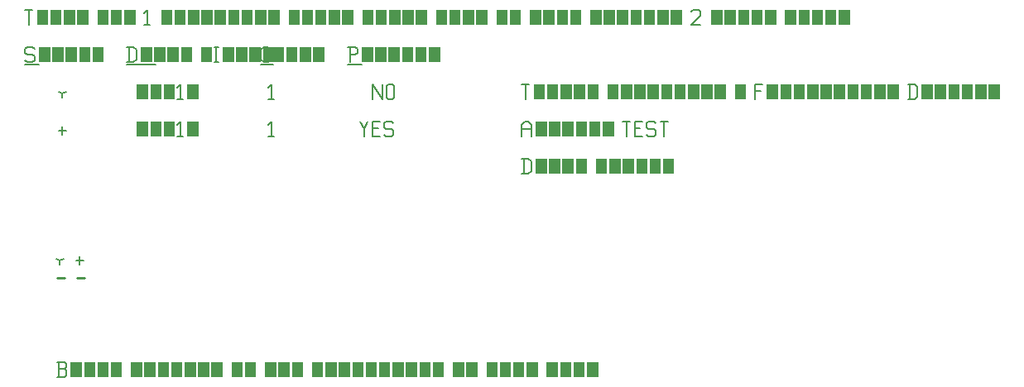
<source format=gbr>
G04 start of page 11 for group -1 layer_idx 268435461 *
G04 Title: (unknown), <virtual group> *
G04 Creator: <version>
G04 CreationDate: <date>
G04 For: TEST *
G04 Format: Gerber/RS-274X *
G04 PCB-Dimensions: 50000 50000 *
G04 PCB-Coordinate-Origin: lower left *
%MOIN*%
%FSLAX25Y25*%
%LNLOGICAL_VIRTUAL_FAB_NONE*%
%ADD30C,0.0100*%
%ADD29C,0.0001*%
%ADD28C,0.0060*%
%ADD27C,0.0080*%
G54D27*X14000Y39000D02*Y37400D01*
Y39000D02*X15387Y39800D01*
X14000Y39000D02*X12613Y39800D01*
X22000Y40600D02*Y37400D01*
X20400Y39000D02*X23600D01*
X15000Y92850D02*Y89650D01*
X13400Y91250D02*X16600D01*
G54D28*X135000Y95000D02*X136500Y92000D01*
X138000Y95000D01*
X136500Y92000D02*Y89000D01*
X139800Y92300D02*X142050D01*
X139800Y89000D02*X142800D01*
X139800Y95000D02*Y89000D01*
Y95000D02*X142800D01*
X147600D02*X148350Y94250D01*
X145350Y95000D02*X147600D01*
X144600Y94250D02*X145350Y95000D01*
X144600Y94250D02*Y92750D01*
X145350Y92000D01*
X147600D01*
X148350Y91250D01*
Y89750D01*
X147600Y89000D02*X148350Y89750D01*
X145350Y89000D02*X147600D01*
X144600Y89750D02*X145350Y89000D01*
X98000Y93800D02*X99200Y95000D01*
Y89000D01*
X98000D02*X100250D01*
X15000Y106250D02*Y104650D01*
Y106250D02*X16387Y107050D01*
X15000Y106250D02*X13613Y107050D01*
X140000Y110000D02*Y104000D01*
Y110000D02*X143750Y104000D01*
Y110000D02*Y104000D01*
X145550Y109250D02*Y104750D01*
Y109250D02*X146300Y110000D01*
X147800D01*
X148550Y109250D01*
Y104750D01*
X147800Y104000D02*X148550Y104750D01*
X146300Y104000D02*X147800D01*
X145550Y104750D02*X146300Y104000D01*
X98000Y108800D02*X99200Y110000D01*
Y104000D01*
X98000D02*X100250D01*
G54D29*G36*
X45000Y110000D02*X49500D01*
Y104000D01*
X45000D01*
Y110000D01*
G37*
G36*
X50400D02*X54900D01*
Y104000D01*
X50400D01*
Y110000D01*
G37*
G36*
X55800D02*X60300D01*
Y104000D01*
X55800D01*
Y110000D01*
G37*
G54D28*X61200Y108800D02*X62400Y110000D01*
Y104000D01*
X61200D02*X63450D01*
G54D29*G36*
X65250Y110000D02*X69750D01*
Y104000D01*
X65250D01*
Y110000D01*
G37*
G36*
X45000Y95000D02*X49500D01*
Y89000D01*
X45000D01*
Y95000D01*
G37*
G36*
X50400D02*X54900D01*
Y89000D01*
X50400D01*
Y95000D01*
G37*
G36*
X55800D02*X60300D01*
Y89000D01*
X55800D01*
Y95000D01*
G37*
G54D28*X61200Y93800D02*X62400Y95000D01*
Y89000D01*
X61200D02*X63450D01*
G54D29*G36*
X65250Y95000D02*X69750D01*
Y89000D01*
X65250D01*
Y95000D01*
G37*
G54D28*X3000Y125000D02*X3750Y124250D01*
X750Y125000D02*X3000D01*
X0Y124250D02*X750Y125000D01*
X0Y124250D02*Y122750D01*
X750Y122000D01*
X3000D01*
X3750Y121250D01*
Y119750D01*
X3000Y119000D02*X3750Y119750D01*
X750Y119000D02*X3000D01*
X0Y119750D02*X750Y119000D01*
G54D29*G36*
X5550Y125000D02*X10050D01*
Y119000D01*
X5550D01*
Y125000D01*
G37*
G36*
X10950D02*X15450D01*
Y119000D01*
X10950D01*
Y125000D01*
G37*
G36*
X16350D02*X20850D01*
Y119000D01*
X16350D01*
Y125000D01*
G37*
G36*
X21750D02*X26250D01*
Y119000D01*
X21750D01*
Y125000D01*
G37*
G36*
X27150D02*X31650D01*
Y119000D01*
X27150D01*
Y125000D01*
G37*
G54D28*X0Y118000D02*X5550D01*
X41750Y125000D02*Y119000D01*
X43700Y125000D02*X44750Y123950D01*
Y120050D01*
X43700Y119000D02*X44750Y120050D01*
X41000Y119000D02*X43700D01*
X41000Y125000D02*X43700D01*
G54D29*G36*
X46550D02*X51050D01*
Y119000D01*
X46550D01*
Y125000D01*
G37*
G36*
X51950D02*X56450D01*
Y119000D01*
X51950D01*
Y125000D01*
G37*
G36*
X57350D02*X61850D01*
Y119000D01*
X57350D01*
Y125000D01*
G37*
G36*
X62750D02*X67250D01*
Y119000D01*
X62750D01*
Y125000D01*
G37*
G36*
X70850D02*X75350D01*
Y119000D01*
X70850D01*
Y125000D01*
G37*
G54D28*X76250D02*X77750D01*
X77000D02*Y119000D01*
X76250D02*X77750D01*
G54D29*G36*
X79550Y125000D02*X84050D01*
Y119000D01*
X79550D01*
Y125000D01*
G37*
G36*
X84950D02*X89450D01*
Y119000D01*
X84950D01*
Y125000D01*
G37*
G36*
X90350D02*X94850D01*
Y119000D01*
X90350D01*
Y125000D01*
G37*
G36*
X95750D02*X100250D01*
Y119000D01*
X95750D01*
Y125000D01*
G37*
G54D28*X41000Y118000D02*X52550D01*
X96050Y119000D02*X98000D01*
X95000Y120050D02*X96050Y119000D01*
X95000Y123950D02*Y120050D01*
Y123950D02*X96050Y125000D01*
X98000D01*
G54D29*G36*
X99800D02*X104300D01*
Y119000D01*
X99800D01*
Y125000D01*
G37*
G36*
X105200D02*X109700D01*
Y119000D01*
X105200D01*
Y125000D01*
G37*
G36*
X110600D02*X115100D01*
Y119000D01*
X110600D01*
Y125000D01*
G37*
G36*
X116000D02*X120500D01*
Y119000D01*
X116000D01*
Y125000D01*
G37*
G54D28*X95000Y118000D02*X99800D01*
X130750Y125000D02*Y119000D01*
X130000Y125000D02*X133000D01*
X133750Y124250D01*
Y122750D01*
X133000Y122000D02*X133750Y122750D01*
X130750Y122000D02*X133000D01*
G54D29*G36*
X135550Y125000D02*X140050D01*
Y119000D01*
X135550D01*
Y125000D01*
G37*
G36*
X140950D02*X145450D01*
Y119000D01*
X140950D01*
Y125000D01*
G37*
G36*
X146350D02*X150850D01*
Y119000D01*
X146350D01*
Y125000D01*
G37*
G36*
X151750D02*X156250D01*
Y119000D01*
X151750D01*
Y125000D01*
G37*
G36*
X157150D02*X161650D01*
Y119000D01*
X157150D01*
Y125000D01*
G37*
G36*
X162550D02*X167050D01*
Y119000D01*
X162550D01*
Y125000D01*
G37*
G54D28*X130000Y118000D02*X135550D01*
X0Y140000D02*X3000D01*
X1500D02*Y134000D01*
G54D29*G36*
X4800Y140000D02*X9300D01*
Y134000D01*
X4800D01*
Y140000D01*
G37*
G36*
X10200D02*X14700D01*
Y134000D01*
X10200D01*
Y140000D01*
G37*
G36*
X15600D02*X20100D01*
Y134000D01*
X15600D01*
Y140000D01*
G37*
G36*
X21000D02*X25500D01*
Y134000D01*
X21000D01*
Y140000D01*
G37*
G36*
X29100D02*X33600D01*
Y134000D01*
X29100D01*
Y140000D01*
G37*
G36*
X34500D02*X39000D01*
Y134000D01*
X34500D01*
Y140000D01*
G37*
G36*
X39900D02*X44400D01*
Y134000D01*
X39900D01*
Y140000D01*
G37*
G54D28*X48000Y138800D02*X49200Y140000D01*
Y134000D01*
X48000D02*X50250D01*
G54D29*G36*
X54750Y140000D02*X59250D01*
Y134000D01*
X54750D01*
Y140000D01*
G37*
G36*
X60150D02*X64650D01*
Y134000D01*
X60150D01*
Y140000D01*
G37*
G36*
X65550D02*X70050D01*
Y134000D01*
X65550D01*
Y140000D01*
G37*
G36*
X70950D02*X75450D01*
Y134000D01*
X70950D01*
Y140000D01*
G37*
G36*
X76350D02*X80850D01*
Y134000D01*
X76350D01*
Y140000D01*
G37*
G36*
X81750D02*X86250D01*
Y134000D01*
X81750D01*
Y140000D01*
G37*
G36*
X87150D02*X91650D01*
Y134000D01*
X87150D01*
Y140000D01*
G37*
G36*
X92550D02*X97050D01*
Y134000D01*
X92550D01*
Y140000D01*
G37*
G36*
X97950D02*X102450D01*
Y134000D01*
X97950D01*
Y140000D01*
G37*
G36*
X106050D02*X110550D01*
Y134000D01*
X106050D01*
Y140000D01*
G37*
G36*
X111450D02*X115950D01*
Y134000D01*
X111450D01*
Y140000D01*
G37*
G36*
X116850D02*X121350D01*
Y134000D01*
X116850D01*
Y140000D01*
G37*
G36*
X122250D02*X126750D01*
Y134000D01*
X122250D01*
Y140000D01*
G37*
G36*
X127650D02*X132150D01*
Y134000D01*
X127650D01*
Y140000D01*
G37*
G36*
X135750D02*X140250D01*
Y134000D01*
X135750D01*
Y140000D01*
G37*
G36*
X141150D02*X145650D01*
Y134000D01*
X141150D01*
Y140000D01*
G37*
G36*
X146550D02*X151050D01*
Y134000D01*
X146550D01*
Y140000D01*
G37*
G36*
X151950D02*X156450D01*
Y134000D01*
X151950D01*
Y140000D01*
G37*
G36*
X157350D02*X161850D01*
Y134000D01*
X157350D01*
Y140000D01*
G37*
G36*
X165450D02*X169950D01*
Y134000D01*
X165450D01*
Y140000D01*
G37*
G36*
X170850D02*X175350D01*
Y134000D01*
X170850D01*
Y140000D01*
G37*
G36*
X176250D02*X180750D01*
Y134000D01*
X176250D01*
Y140000D01*
G37*
G36*
X181650D02*X186150D01*
Y134000D01*
X181650D01*
Y140000D01*
G37*
G36*
X189750D02*X194250D01*
Y134000D01*
X189750D01*
Y140000D01*
G37*
G36*
X195150D02*X199650D01*
Y134000D01*
X195150D01*
Y140000D01*
G37*
G36*
X203250D02*X207750D01*
Y134000D01*
X203250D01*
Y140000D01*
G37*
G36*
X208650D02*X213150D01*
Y134000D01*
X208650D01*
Y140000D01*
G37*
G36*
X214050D02*X218550D01*
Y134000D01*
X214050D01*
Y140000D01*
G37*
G36*
X219450D02*X223950D01*
Y134000D01*
X219450D01*
Y140000D01*
G37*
G36*
X227550D02*X232050D01*
Y134000D01*
X227550D01*
Y140000D01*
G37*
G36*
X232950D02*X237450D01*
Y134000D01*
X232950D01*
Y140000D01*
G37*
G36*
X238350D02*X242850D01*
Y134000D01*
X238350D01*
Y140000D01*
G37*
G36*
X243750D02*X248250D01*
Y134000D01*
X243750D01*
Y140000D01*
G37*
G36*
X249150D02*X253650D01*
Y134000D01*
X249150D01*
Y140000D01*
G37*
G36*
X254550D02*X259050D01*
Y134000D01*
X254550D01*
Y140000D01*
G37*
G36*
X259950D02*X264450D01*
Y134000D01*
X259950D01*
Y140000D01*
G37*
G54D28*X268050Y139250D02*X268800Y140000D01*
X271050D01*
X271800Y139250D01*
Y137750D01*
X268050Y134000D02*X271800Y137750D01*
X268050Y134000D02*X271800D01*
G54D29*G36*
X276300Y140000D02*X280800D01*
Y134000D01*
X276300D01*
Y140000D01*
G37*
G36*
X281700D02*X286200D01*
Y134000D01*
X281700D01*
Y140000D01*
G37*
G36*
X287100D02*X291600D01*
Y134000D01*
X287100D01*
Y140000D01*
G37*
G36*
X292500D02*X297000D01*
Y134000D01*
X292500D01*
Y140000D01*
G37*
G36*
X297900D02*X302400D01*
Y134000D01*
X297900D01*
Y140000D01*
G37*
G36*
X306000D02*X310500D01*
Y134000D01*
X306000D01*
Y140000D01*
G37*
G36*
X311400D02*X315900D01*
Y134000D01*
X311400D01*
Y140000D01*
G37*
G36*
X316800D02*X321300D01*
Y134000D01*
X316800D01*
Y140000D01*
G37*
G36*
X322200D02*X326700D01*
Y134000D01*
X322200D01*
Y140000D01*
G37*
G36*
X327600D02*X332100D01*
Y134000D01*
X327600D01*
Y140000D01*
G37*
G54D30*X13000Y32000D02*X16000D01*
G54D28*X12775Y-8000D02*X15775D01*
X16525Y-7250D01*
Y-5450D02*Y-7250D01*
X15775Y-4700D02*X16525Y-5450D01*
X13525Y-4700D02*X15775D01*
X13525Y-2000D02*Y-8000D01*
X12775Y-2000D02*X15775D01*
X16525Y-2750D01*
Y-3950D01*
X15775Y-4700D02*X16525Y-3950D01*
G54D29*G36*
X18325Y-2000D02*X22825D01*
Y-8000D01*
X18325D01*
Y-2000D01*
G37*
G36*
X23725D02*X28225D01*
Y-8000D01*
X23725D01*
Y-2000D01*
G37*
G36*
X29125D02*X33625D01*
Y-8000D01*
X29125D01*
Y-2000D01*
G37*
G36*
X34525D02*X39025D01*
Y-8000D01*
X34525D01*
Y-2000D01*
G37*
G36*
X42625D02*X47125D01*
Y-8000D01*
X42625D01*
Y-2000D01*
G37*
G36*
X48025D02*X52525D01*
Y-8000D01*
X48025D01*
Y-2000D01*
G37*
G36*
X53425D02*X57925D01*
Y-8000D01*
X53425D01*
Y-2000D01*
G37*
G36*
X58825D02*X63325D01*
Y-8000D01*
X58825D01*
Y-2000D01*
G37*
G36*
X64225D02*X68725D01*
Y-8000D01*
X64225D01*
Y-2000D01*
G37*
G36*
X69625D02*X74125D01*
Y-8000D01*
X69625D01*
Y-2000D01*
G37*
G36*
X75025D02*X79525D01*
Y-8000D01*
X75025D01*
Y-2000D01*
G37*
G36*
X83125D02*X87625D01*
Y-8000D01*
X83125D01*
Y-2000D01*
G37*
G36*
X88525D02*X93025D01*
Y-8000D01*
X88525D01*
Y-2000D01*
G37*
G36*
X96625D02*X101125D01*
Y-8000D01*
X96625D01*
Y-2000D01*
G37*
G36*
X102025D02*X106525D01*
Y-8000D01*
X102025D01*
Y-2000D01*
G37*
G36*
X107425D02*X111925D01*
Y-8000D01*
X107425D01*
Y-2000D01*
G37*
G36*
X115525D02*X120025D01*
Y-8000D01*
X115525D01*
Y-2000D01*
G37*
G36*
X120925D02*X125425D01*
Y-8000D01*
X120925D01*
Y-2000D01*
G37*
G36*
X126325D02*X130825D01*
Y-8000D01*
X126325D01*
Y-2000D01*
G37*
G36*
X131725D02*X136225D01*
Y-8000D01*
X131725D01*
Y-2000D01*
G37*
G36*
X137125D02*X141625D01*
Y-8000D01*
X137125D01*
Y-2000D01*
G37*
G36*
X142525D02*X147025D01*
Y-8000D01*
X142525D01*
Y-2000D01*
G37*
G36*
X147925D02*X152425D01*
Y-8000D01*
X147925D01*
Y-2000D01*
G37*
G36*
X153325D02*X157825D01*
Y-8000D01*
X153325D01*
Y-2000D01*
G37*
G36*
X158725D02*X163225D01*
Y-8000D01*
X158725D01*
Y-2000D01*
G37*
G36*
X164125D02*X168625D01*
Y-8000D01*
X164125D01*
Y-2000D01*
G37*
G36*
X172225D02*X176725D01*
Y-8000D01*
X172225D01*
Y-2000D01*
G37*
G36*
X177625D02*X182125D01*
Y-8000D01*
X177625D01*
Y-2000D01*
G37*
G36*
X185725D02*X190225D01*
Y-8000D01*
X185725D01*
Y-2000D01*
G37*
G36*
X191125D02*X195625D01*
Y-8000D01*
X191125D01*
Y-2000D01*
G37*
G36*
X196525D02*X201025D01*
Y-8000D01*
X196525D01*
Y-2000D01*
G37*
G36*
X201925D02*X206425D01*
Y-8000D01*
X201925D01*
Y-2000D01*
G37*
G36*
X210025D02*X214525D01*
Y-8000D01*
X210025D01*
Y-2000D01*
G37*
G36*
X215425D02*X219925D01*
Y-8000D01*
X215425D01*
Y-2000D01*
G37*
G36*
X220825D02*X225325D01*
Y-8000D01*
X220825D01*
Y-2000D01*
G37*
G36*
X226225D02*X230725D01*
Y-8000D01*
X226225D01*
Y-2000D01*
G37*
G54D30*X21000Y32000D02*X24000D01*
G54D28*X200750Y80000D02*Y74000D01*
X202700Y80000D02*X203750Y78950D01*
Y75050D01*
X202700Y74000D02*X203750Y75050D01*
X200000Y74000D02*X202700D01*
X200000Y80000D02*X202700D01*
G54D29*G36*
X205550D02*X210050D01*
Y74000D01*
X205550D01*
Y80000D01*
G37*
G36*
X210950D02*X215450D01*
Y74000D01*
X210950D01*
Y80000D01*
G37*
G36*
X216350D02*X220850D01*
Y74000D01*
X216350D01*
Y80000D01*
G37*
G36*
X221750D02*X226250D01*
Y74000D01*
X221750D01*
Y80000D01*
G37*
G36*
X229850D02*X234350D01*
Y74000D01*
X229850D01*
Y80000D01*
G37*
G36*
X235250D02*X239750D01*
Y74000D01*
X235250D01*
Y80000D01*
G37*
G36*
X240650D02*X245150D01*
Y74000D01*
X240650D01*
Y80000D01*
G37*
G36*
X246050D02*X250550D01*
Y74000D01*
X246050D01*
Y80000D01*
G37*
G36*
X251450D02*X255950D01*
Y74000D01*
X251450D01*
Y80000D01*
G37*
G36*
X256850D02*X261350D01*
Y74000D01*
X256850D01*
Y80000D01*
G37*
G54D28*X200000Y93500D02*Y89000D01*
Y93500D02*X201050Y95000D01*
X202700D01*
X203750Y93500D01*
Y89000D01*
X200000Y92000D02*X203750D01*
G54D29*G36*
X205550Y95000D02*X210050D01*
Y89000D01*
X205550D01*
Y95000D01*
G37*
G36*
X210950D02*X215450D01*
Y89000D01*
X210950D01*
Y95000D01*
G37*
G36*
X216350D02*X220850D01*
Y89000D01*
X216350D01*
Y95000D01*
G37*
G36*
X221750D02*X226250D01*
Y89000D01*
X221750D01*
Y95000D01*
G37*
G36*
X227150D02*X231650D01*
Y89000D01*
X227150D01*
Y95000D01*
G37*
G36*
X232550D02*X237050D01*
Y89000D01*
X232550D01*
Y95000D01*
G37*
G54D28*X240650D02*X243650D01*
X242150D02*Y89000D01*
X245450Y92300D02*X247700D01*
X245450Y89000D02*X248450D01*
X245450Y95000D02*Y89000D01*
Y95000D02*X248450D01*
X253250D02*X254000Y94250D01*
X251000Y95000D02*X253250D01*
X250250Y94250D02*X251000Y95000D01*
X250250Y94250D02*Y92750D01*
X251000Y92000D01*
X253250D01*
X254000Y91250D01*
Y89750D01*
X253250Y89000D02*X254000Y89750D01*
X251000Y89000D02*X253250D01*
X250250Y89750D02*X251000Y89000D01*
X255800Y95000D02*X258800D01*
X257300D02*Y89000D01*
X200000Y110000D02*X203000D01*
X201500D02*Y104000D01*
G54D29*G36*
X204800Y110000D02*X209300D01*
Y104000D01*
X204800D01*
Y110000D01*
G37*
G36*
X210200D02*X214700D01*
Y104000D01*
X210200D01*
Y110000D01*
G37*
G36*
X215600D02*X220100D01*
Y104000D01*
X215600D01*
Y110000D01*
G37*
G36*
X221000D02*X225500D01*
Y104000D01*
X221000D01*
Y110000D01*
G37*
G36*
X226400D02*X230900D01*
Y104000D01*
X226400D01*
Y110000D01*
G37*
G36*
X234500D02*X239000D01*
Y104000D01*
X234500D01*
Y110000D01*
G37*
G36*
X239900D02*X244400D01*
Y104000D01*
X239900D01*
Y110000D01*
G37*
G36*
X245300D02*X249800D01*
Y104000D01*
X245300D01*
Y110000D01*
G37*
G36*
X250700D02*X255200D01*
Y104000D01*
X250700D01*
Y110000D01*
G37*
G36*
X256100D02*X260600D01*
Y104000D01*
X256100D01*
Y110000D01*
G37*
G36*
X261500D02*X266000D01*
Y104000D01*
X261500D01*
Y110000D01*
G37*
G36*
X266900D02*X271400D01*
Y104000D01*
X266900D01*
Y110000D01*
G37*
G36*
X272300D02*X276800D01*
Y104000D01*
X272300D01*
Y110000D01*
G37*
G36*
X277700D02*X282200D01*
Y104000D01*
X277700D01*
Y110000D01*
G37*
G36*
X285800D02*X290300D01*
Y104000D01*
X285800D01*
Y110000D01*
G37*
G54D28*X293900D02*Y104000D01*
Y110000D02*X296900D01*
X293900Y107300D02*X296150D01*
G54D29*G36*
X298700Y110000D02*X303200D01*
Y104000D01*
X298700D01*
Y110000D01*
G37*
G36*
X304100D02*X308600D01*
Y104000D01*
X304100D01*
Y110000D01*
G37*
G36*
X309500D02*X314000D01*
Y104000D01*
X309500D01*
Y110000D01*
G37*
G36*
X314900D02*X319400D01*
Y104000D01*
X314900D01*
Y110000D01*
G37*
G36*
X320300D02*X324800D01*
Y104000D01*
X320300D01*
Y110000D01*
G37*
G36*
X325700D02*X330200D01*
Y104000D01*
X325700D01*
Y110000D01*
G37*
G36*
X331100D02*X335600D01*
Y104000D01*
X331100D01*
Y110000D01*
G37*
G36*
X336500D02*X341000D01*
Y104000D01*
X336500D01*
Y110000D01*
G37*
G36*
X341900D02*X346400D01*
Y104000D01*
X341900D01*
Y110000D01*
G37*
G36*
X347300D02*X351800D01*
Y104000D01*
X347300D01*
Y110000D01*
G37*
G54D28*X356150D02*Y104000D01*
X358100Y110000D02*X359150Y108950D01*
Y105050D01*
X358100Y104000D02*X359150Y105050D01*
X355400Y104000D02*X358100D01*
X355400Y110000D02*X358100D01*
G54D29*G36*
X360950D02*X365450D01*
Y104000D01*
X360950D01*
Y110000D01*
G37*
G36*
X366350D02*X370850D01*
Y104000D01*
X366350D01*
Y110000D01*
G37*
G36*
X371750D02*X376250D01*
Y104000D01*
X371750D01*
Y110000D01*
G37*
G36*
X377150D02*X381650D01*
Y104000D01*
X377150D01*
Y110000D01*
G37*
G36*
X382550D02*X387050D01*
Y104000D01*
X382550D01*
Y110000D01*
G37*
G36*
X387950D02*X392450D01*
Y104000D01*
X387950D01*
Y110000D01*
G37*
M02*

</source>
